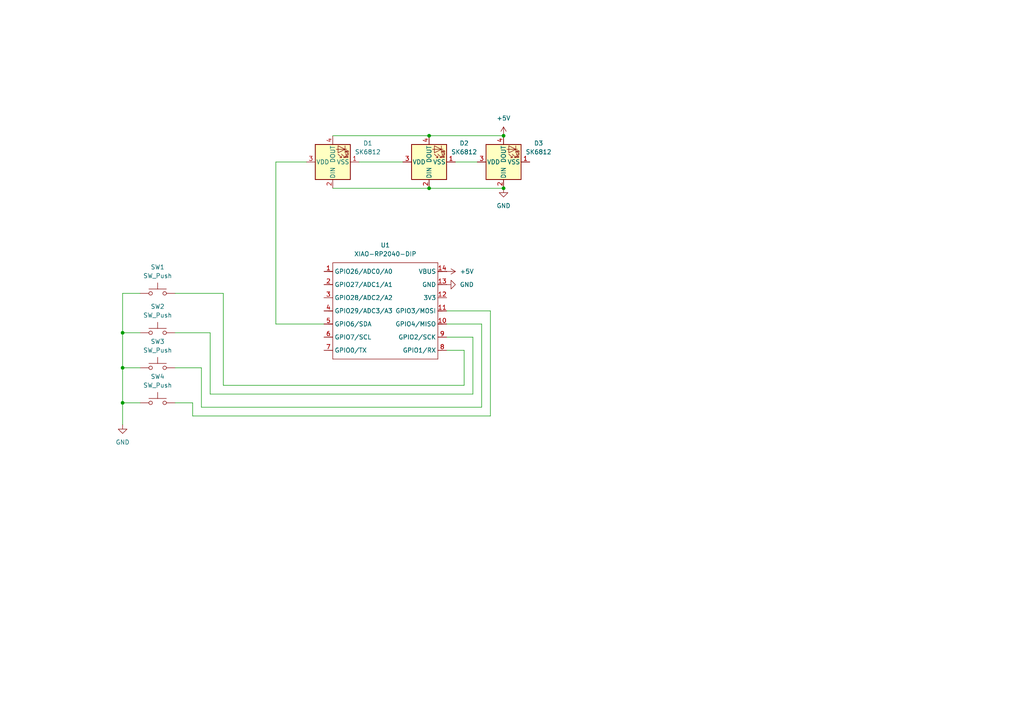
<source format=kicad_sch>
(kicad_sch
	(version 20250114)
	(generator "eeschema")
	(generator_version "9.0")
	(uuid "d944aa70-db1c-4c41-a650-abf4e78600ba")
	(paper "A4")
	(lib_symbols
		(symbol "LED:SK6812"
			(pin_names
				(offset 0.254)
			)
			(exclude_from_sim no)
			(in_bom yes)
			(on_board yes)
			(property "Reference" "D"
				(at 5.08 5.715 0)
				(effects
					(font
						(size 1.27 1.27)
					)
					(justify right bottom)
				)
			)
			(property "Value" "SK6812"
				(at 1.27 -5.715 0)
				(effects
					(font
						(size 1.27 1.27)
					)
					(justify left top)
				)
			)
			(property "Footprint" "LED_SMD:LED_SK6812_PLCC4_5.0x5.0mm_P3.2mm"
				(at 1.27 -7.62 0)
				(effects
					(font
						(size 1.27 1.27)
					)
					(justify left top)
					(hide yes)
				)
			)
			(property "Datasheet" "https://cdn-shop.adafruit.com/product-files/1138/SK6812+LED+datasheet+.pdf"
				(at 2.54 -9.525 0)
				(effects
					(font
						(size 1.27 1.27)
					)
					(justify left top)
					(hide yes)
				)
			)
			(property "Description" "RGB LED with integrated controller"
				(at 0 0 0)
				(effects
					(font
						(size 1.27 1.27)
					)
					(hide yes)
				)
			)
			(property "ki_keywords" "RGB LED NeoPixel addressable"
				(at 0 0 0)
				(effects
					(font
						(size 1.27 1.27)
					)
					(hide yes)
				)
			)
			(property "ki_fp_filters" "LED*SK6812*PLCC*5.0x5.0mm*P3.2mm*"
				(at 0 0 0)
				(effects
					(font
						(size 1.27 1.27)
					)
					(hide yes)
				)
			)
			(symbol "SK6812_0_0"
				(text "RGB"
					(at 2.286 -4.191 0)
					(effects
						(font
							(size 0.762 0.762)
						)
					)
				)
			)
			(symbol "SK6812_0_1"
				(polyline
					(pts
						(xy 1.27 -2.54) (xy 1.778 -2.54)
					)
					(stroke
						(width 0)
						(type default)
					)
					(fill
						(type none)
					)
				)
				(polyline
					(pts
						(xy 1.27 -3.556) (xy 1.778 -3.556)
					)
					(stroke
						(width 0)
						(type default)
					)
					(fill
						(type none)
					)
				)
				(polyline
					(pts
						(xy 2.286 -1.524) (xy 1.27 -2.54) (xy 1.27 -2.032)
					)
					(stroke
						(width 0)
						(type default)
					)
					(fill
						(type none)
					)
				)
				(polyline
					(pts
						(xy 2.286 -2.54) (xy 1.27 -3.556) (xy 1.27 -3.048)
					)
					(stroke
						(width 0)
						(type default)
					)
					(fill
						(type none)
					)
				)
				(polyline
					(pts
						(xy 3.683 -1.016) (xy 3.683 -3.556) (xy 3.683 -4.064)
					)
					(stroke
						(width 0)
						(type default)
					)
					(fill
						(type none)
					)
				)
				(polyline
					(pts
						(xy 4.699 -1.524) (xy 2.667 -1.524) (xy 3.683 -3.556) (xy 4.699 -1.524)
					)
					(stroke
						(width 0)
						(type default)
					)
					(fill
						(type none)
					)
				)
				(polyline
					(pts
						(xy 4.699 -3.556) (xy 2.667 -3.556)
					)
					(stroke
						(width 0)
						(type default)
					)
					(fill
						(type none)
					)
				)
				(rectangle
					(start 5.08 5.08)
					(end -5.08 -5.08)
					(stroke
						(width 0.254)
						(type default)
					)
					(fill
						(type background)
					)
				)
			)
			(symbol "SK6812_1_1"
				(pin input line
					(at -7.62 0 0)
					(length 2.54)
					(name "DIN"
						(effects
							(font
								(size 1.27 1.27)
							)
						)
					)
					(number "2"
						(effects
							(font
								(size 1.27 1.27)
							)
						)
					)
				)
				(pin power_in line
					(at 0 7.62 270)
					(length 2.54)
					(name "VDD"
						(effects
							(font
								(size 1.27 1.27)
							)
						)
					)
					(number "3"
						(effects
							(font
								(size 1.27 1.27)
							)
						)
					)
				)
				(pin power_in line
					(at 0 -7.62 90)
					(length 2.54)
					(name "VSS"
						(effects
							(font
								(size 1.27 1.27)
							)
						)
					)
					(number "1"
						(effects
							(font
								(size 1.27 1.27)
							)
						)
					)
				)
				(pin output line
					(at 7.62 0 180)
					(length 2.54)
					(name "DOUT"
						(effects
							(font
								(size 1.27 1.27)
							)
						)
					)
					(number "4"
						(effects
							(font
								(size 1.27 1.27)
							)
						)
					)
				)
			)
			(embedded_fonts no)
		)
		(symbol "OPL:XIAO-RP2040-DIP"
			(exclude_from_sim no)
			(in_bom yes)
			(on_board yes)
			(property "Reference" "U"
				(at 0 0 0)
				(effects
					(font
						(size 1.27 1.27)
					)
				)
			)
			(property "Value" "XIAO-RP2040-DIP"
				(at 5.334 -1.778 0)
				(effects
					(font
						(size 1.27 1.27)
					)
				)
			)
			(property "Footprint" "Module:MOUDLE14P-XIAO-DIP-SMD"
				(at 14.478 -32.258 0)
				(effects
					(font
						(size 1.27 1.27)
					)
					(hide yes)
				)
			)
			(property "Datasheet" ""
				(at 0 0 0)
				(effects
					(font
						(size 1.27 1.27)
					)
					(hide yes)
				)
			)
			(property "Description" ""
				(at 0 0 0)
				(effects
					(font
						(size 1.27 1.27)
					)
					(hide yes)
				)
			)
			(symbol "XIAO-RP2040-DIP_1_0"
				(polyline
					(pts
						(xy -1.27 -2.54) (xy 29.21 -2.54)
					)
					(stroke
						(width 0.1524)
						(type solid)
					)
					(fill
						(type none)
					)
				)
				(polyline
					(pts
						(xy -1.27 -5.08) (xy -2.54 -5.08)
					)
					(stroke
						(width 0.1524)
						(type solid)
					)
					(fill
						(type none)
					)
				)
				(polyline
					(pts
						(xy -1.27 -5.08) (xy -1.27 -2.54)
					)
					(stroke
						(width 0.1524)
						(type solid)
					)
					(fill
						(type none)
					)
				)
				(polyline
					(pts
						(xy -1.27 -8.89) (xy -2.54 -8.89)
					)
					(stroke
						(width 0.1524)
						(type solid)
					)
					(fill
						(type none)
					)
				)
				(polyline
					(pts
						(xy -1.27 -8.89) (xy -1.27 -5.08)
					)
					(stroke
						(width 0.1524)
						(type solid)
					)
					(fill
						(type none)
					)
				)
				(polyline
					(pts
						(xy -1.27 -12.7) (xy -2.54 -12.7)
					)
					(stroke
						(width 0.1524)
						(type solid)
					)
					(fill
						(type none)
					)
				)
				(polyline
					(pts
						(xy -1.27 -12.7) (xy -1.27 -8.89)
					)
					(stroke
						(width 0.1524)
						(type solid)
					)
					(fill
						(type none)
					)
				)
				(polyline
					(pts
						(xy -1.27 -16.51) (xy -2.54 -16.51)
					)
					(stroke
						(width 0.1524)
						(type solid)
					)
					(fill
						(type none)
					)
				)
				(polyline
					(pts
						(xy -1.27 -16.51) (xy -1.27 -12.7)
					)
					(stroke
						(width 0.1524)
						(type solid)
					)
					(fill
						(type none)
					)
				)
				(polyline
					(pts
						(xy -1.27 -20.32) (xy -2.54 -20.32)
					)
					(stroke
						(width 0.1524)
						(type solid)
					)
					(fill
						(type none)
					)
				)
				(polyline
					(pts
						(xy -1.27 -24.13) (xy -2.54 -24.13)
					)
					(stroke
						(width 0.1524)
						(type solid)
					)
					(fill
						(type none)
					)
				)
				(polyline
					(pts
						(xy -1.27 -27.94) (xy -2.54 -27.94)
					)
					(stroke
						(width 0.1524)
						(type solid)
					)
					(fill
						(type none)
					)
				)
				(polyline
					(pts
						(xy -1.27 -30.48) (xy -1.27 -16.51)
					)
					(stroke
						(width 0.1524)
						(type solid)
					)
					(fill
						(type none)
					)
				)
				(polyline
					(pts
						(xy 29.21 -2.54) (xy 29.21 -5.08)
					)
					(stroke
						(width 0.1524)
						(type solid)
					)
					(fill
						(type none)
					)
				)
				(polyline
					(pts
						(xy 29.21 -5.08) (xy 29.21 -8.89)
					)
					(stroke
						(width 0.1524)
						(type solid)
					)
					(fill
						(type none)
					)
				)
				(polyline
					(pts
						(xy 29.21 -8.89) (xy 29.21 -12.7)
					)
					(stroke
						(width 0.1524)
						(type solid)
					)
					(fill
						(type none)
					)
				)
				(polyline
					(pts
						(xy 29.21 -12.7) (xy 29.21 -30.48)
					)
					(stroke
						(width 0.1524)
						(type solid)
					)
					(fill
						(type none)
					)
				)
				(polyline
					(pts
						(xy 29.21 -30.48) (xy -1.27 -30.48)
					)
					(stroke
						(width 0.1524)
						(type solid)
					)
					(fill
						(type none)
					)
				)
				(polyline
					(pts
						(xy 30.48 -5.08) (xy 29.21 -5.08)
					)
					(stroke
						(width 0.1524)
						(type solid)
					)
					(fill
						(type none)
					)
				)
				(polyline
					(pts
						(xy 30.48 -8.89) (xy 29.21 -8.89)
					)
					(stroke
						(width 0.1524)
						(type solid)
					)
					(fill
						(type none)
					)
				)
				(polyline
					(pts
						(xy 30.48 -12.7) (xy 29.21 -12.7)
					)
					(stroke
						(width 0.1524)
						(type solid)
					)
					(fill
						(type none)
					)
				)
				(polyline
					(pts
						(xy 30.48 -16.51) (xy 29.21 -16.51)
					)
					(stroke
						(width 0.1524)
						(type solid)
					)
					(fill
						(type none)
					)
				)
				(polyline
					(pts
						(xy 30.48 -20.32) (xy 29.21 -20.32)
					)
					(stroke
						(width 0.1524)
						(type solid)
					)
					(fill
						(type none)
					)
				)
				(polyline
					(pts
						(xy 30.48 -24.13) (xy 29.21 -24.13)
					)
					(stroke
						(width 0.1524)
						(type solid)
					)
					(fill
						(type none)
					)
				)
				(polyline
					(pts
						(xy 30.48 -27.94) (xy 29.21 -27.94)
					)
					(stroke
						(width 0.1524)
						(type solid)
					)
					(fill
						(type none)
					)
				)
				(pin passive line
					(at -3.81 -5.08 0)
					(length 2.54)
					(name "GPIO26/ADC0/A0"
						(effects
							(font
								(size 1.27 1.27)
							)
						)
					)
					(number "1"
						(effects
							(font
								(size 1.27 1.27)
							)
						)
					)
				)
				(pin passive line
					(at -3.81 -8.89 0)
					(length 2.54)
					(name "GPIO27/ADC1/A1"
						(effects
							(font
								(size 1.27 1.27)
							)
						)
					)
					(number "2"
						(effects
							(font
								(size 1.27 1.27)
							)
						)
					)
				)
				(pin passive line
					(at -3.81 -12.7 0)
					(length 2.54)
					(name "GPIO28/ADC2/A2"
						(effects
							(font
								(size 1.27 1.27)
							)
						)
					)
					(number "3"
						(effects
							(font
								(size 1.27 1.27)
							)
						)
					)
				)
				(pin passive line
					(at -3.81 -16.51 0)
					(length 2.54)
					(name "GPIO29/ADC3/A3"
						(effects
							(font
								(size 1.27 1.27)
							)
						)
					)
					(number "4"
						(effects
							(font
								(size 1.27 1.27)
							)
						)
					)
				)
				(pin passive line
					(at -3.81 -20.32 0)
					(length 2.54)
					(name "GPIO6/SDA"
						(effects
							(font
								(size 1.27 1.27)
							)
						)
					)
					(number "5"
						(effects
							(font
								(size 1.27 1.27)
							)
						)
					)
				)
				(pin passive line
					(at -3.81 -24.13 0)
					(length 2.54)
					(name "GPIO7/SCL"
						(effects
							(font
								(size 1.27 1.27)
							)
						)
					)
					(number "6"
						(effects
							(font
								(size 1.27 1.27)
							)
						)
					)
				)
				(pin passive line
					(at -3.81 -27.94 0)
					(length 2.54)
					(name "GPIO0/TX"
						(effects
							(font
								(size 1.27 1.27)
							)
						)
					)
					(number "7"
						(effects
							(font
								(size 1.27 1.27)
							)
						)
					)
				)
				(pin passive line
					(at 31.75 -5.08 180)
					(length 2.54)
					(name "VBUS"
						(effects
							(font
								(size 1.27 1.27)
							)
						)
					)
					(number "14"
						(effects
							(font
								(size 1.27 1.27)
							)
						)
					)
				)
				(pin passive line
					(at 31.75 -8.89 180)
					(length 2.54)
					(name "GND"
						(effects
							(font
								(size 1.27 1.27)
							)
						)
					)
					(number "13"
						(effects
							(font
								(size 1.27 1.27)
							)
						)
					)
				)
				(pin passive line
					(at 31.75 -12.7 180)
					(length 2.54)
					(name "3V3"
						(effects
							(font
								(size 1.27 1.27)
							)
						)
					)
					(number "12"
						(effects
							(font
								(size 1.27 1.27)
							)
						)
					)
				)
				(pin passive line
					(at 31.75 -16.51 180)
					(length 2.54)
					(name "GPIO3/MOSI"
						(effects
							(font
								(size 1.27 1.27)
							)
						)
					)
					(number "11"
						(effects
							(font
								(size 1.27 1.27)
							)
						)
					)
				)
				(pin passive line
					(at 31.75 -20.32 180)
					(length 2.54)
					(name "GPIO4/MISO"
						(effects
							(font
								(size 1.27 1.27)
							)
						)
					)
					(number "10"
						(effects
							(font
								(size 1.27 1.27)
							)
						)
					)
				)
				(pin passive line
					(at 31.75 -24.13 180)
					(length 2.54)
					(name "GPIO2/SCK"
						(effects
							(font
								(size 1.27 1.27)
							)
						)
					)
					(number "9"
						(effects
							(font
								(size 1.27 1.27)
							)
						)
					)
				)
				(pin passive line
					(at 31.75 -27.94 180)
					(length 2.54)
					(name "GPIO1/RX"
						(effects
							(font
								(size 1.27 1.27)
							)
						)
					)
					(number "8"
						(effects
							(font
								(size 1.27 1.27)
							)
						)
					)
				)
			)
			(embedded_fonts no)
		)
		(symbol "Switch:SW_Push"
			(pin_numbers
				(hide yes)
			)
			(pin_names
				(offset 1.016)
				(hide yes)
			)
			(exclude_from_sim no)
			(in_bom yes)
			(on_board yes)
			(property "Reference" "SW"
				(at 1.27 2.54 0)
				(effects
					(font
						(size 1.27 1.27)
					)
					(justify left)
				)
			)
			(property "Value" "SW_Push"
				(at 0 -1.524 0)
				(effects
					(font
						(size 1.27 1.27)
					)
				)
			)
			(property "Footprint" ""
				(at 0 5.08 0)
				(effects
					(font
						(size 1.27 1.27)
					)
					(hide yes)
				)
			)
			(property "Datasheet" "~"
				(at 0 5.08 0)
				(effects
					(font
						(size 1.27 1.27)
					)
					(hide yes)
				)
			)
			(property "Description" "Push button switch, generic, two pins"
				(at 0 0 0)
				(effects
					(font
						(size 1.27 1.27)
					)
					(hide yes)
				)
			)
			(property "ki_keywords" "switch normally-open pushbutton push-button"
				(at 0 0 0)
				(effects
					(font
						(size 1.27 1.27)
					)
					(hide yes)
				)
			)
			(symbol "SW_Push_0_1"
				(circle
					(center -2.032 0)
					(radius 0.508)
					(stroke
						(width 0)
						(type default)
					)
					(fill
						(type none)
					)
				)
				(polyline
					(pts
						(xy 0 1.27) (xy 0 3.048)
					)
					(stroke
						(width 0)
						(type default)
					)
					(fill
						(type none)
					)
				)
				(circle
					(center 2.032 0)
					(radius 0.508)
					(stroke
						(width 0)
						(type default)
					)
					(fill
						(type none)
					)
				)
				(polyline
					(pts
						(xy 2.54 1.27) (xy -2.54 1.27)
					)
					(stroke
						(width 0)
						(type default)
					)
					(fill
						(type none)
					)
				)
				(pin passive line
					(at -5.08 0 0)
					(length 2.54)
					(name "1"
						(effects
							(font
								(size 1.27 1.27)
							)
						)
					)
					(number "1"
						(effects
							(font
								(size 1.27 1.27)
							)
						)
					)
				)
				(pin passive line
					(at 5.08 0 180)
					(length 2.54)
					(name "2"
						(effects
							(font
								(size 1.27 1.27)
							)
						)
					)
					(number "2"
						(effects
							(font
								(size 1.27 1.27)
							)
						)
					)
				)
			)
			(embedded_fonts no)
		)
		(symbol "power:+5V"
			(power)
			(pin_numbers
				(hide yes)
			)
			(pin_names
				(offset 0)
				(hide yes)
			)
			(exclude_from_sim no)
			(in_bom yes)
			(on_board yes)
			(property "Reference" "#PWR"
				(at 0 -3.81 0)
				(effects
					(font
						(size 1.27 1.27)
					)
					(hide yes)
				)
			)
			(property "Value" "+5V"
				(at 0 3.556 0)
				(effects
					(font
						(size 1.27 1.27)
					)
				)
			)
			(property "Footprint" ""
				(at 0 0 0)
				(effects
					(font
						(size 1.27 1.27)
					)
					(hide yes)
				)
			)
			(property "Datasheet" ""
				(at 0 0 0)
				(effects
					(font
						(size 1.27 1.27)
					)
					(hide yes)
				)
			)
			(property "Description" "Power symbol creates a global label with name \"+5V\""
				(at 0 0 0)
				(effects
					(font
						(size 1.27 1.27)
					)
					(hide yes)
				)
			)
			(property "ki_keywords" "global power"
				(at 0 0 0)
				(effects
					(font
						(size 1.27 1.27)
					)
					(hide yes)
				)
			)
			(symbol "+5V_0_1"
				(polyline
					(pts
						(xy -0.762 1.27) (xy 0 2.54)
					)
					(stroke
						(width 0)
						(type default)
					)
					(fill
						(type none)
					)
				)
				(polyline
					(pts
						(xy 0 2.54) (xy 0.762 1.27)
					)
					(stroke
						(width 0)
						(type default)
					)
					(fill
						(type none)
					)
				)
				(polyline
					(pts
						(xy 0 0) (xy 0 2.54)
					)
					(stroke
						(width 0)
						(type default)
					)
					(fill
						(type none)
					)
				)
			)
			(symbol "+5V_1_1"
				(pin power_in line
					(at 0 0 90)
					(length 0)
					(name "~"
						(effects
							(font
								(size 1.27 1.27)
							)
						)
					)
					(number "1"
						(effects
							(font
								(size 1.27 1.27)
							)
						)
					)
				)
			)
			(embedded_fonts no)
		)
		(symbol "power:GND"
			(power)
			(pin_numbers
				(hide yes)
			)
			(pin_names
				(offset 0)
				(hide yes)
			)
			(exclude_from_sim no)
			(in_bom yes)
			(on_board yes)
			(property "Reference" "#PWR"
				(at 0 -6.35 0)
				(effects
					(font
						(size 1.27 1.27)
					)
					(hide yes)
				)
			)
			(property "Value" "GND"
				(at 0 -3.81 0)
				(effects
					(font
						(size 1.27 1.27)
					)
				)
			)
			(property "Footprint" ""
				(at 0 0 0)
				(effects
					(font
						(size 1.27 1.27)
					)
					(hide yes)
				)
			)
			(property "Datasheet" ""
				(at 0 0 0)
				(effects
					(font
						(size 1.27 1.27)
					)
					(hide yes)
				)
			)
			(property "Description" "Power symbol creates a global label with name \"GND\" , ground"
				(at 0 0 0)
				(effects
					(font
						(size 1.27 1.27)
					)
					(hide yes)
				)
			)
			(property "ki_keywords" "global power"
				(at 0 0 0)
				(effects
					(font
						(size 1.27 1.27)
					)
					(hide yes)
				)
			)
			(symbol "GND_0_1"
				(polyline
					(pts
						(xy 0 0) (xy 0 -1.27) (xy 1.27 -1.27) (xy 0 -2.54) (xy -1.27 -1.27) (xy 0 -1.27)
					)
					(stroke
						(width 0)
						(type default)
					)
					(fill
						(type none)
					)
				)
			)
			(symbol "GND_1_1"
				(pin power_in line
					(at 0 0 270)
					(length 0)
					(name "~"
						(effects
							(font
								(size 1.27 1.27)
							)
						)
					)
					(number "1"
						(effects
							(font
								(size 1.27 1.27)
							)
						)
					)
				)
			)
			(embedded_fonts no)
		)
	)
	(junction
		(at 146.05 54.61)
		(diameter 0)
		(color 0 0 0 0)
		(uuid "1de87f17-574e-4a92-b7ef-a816efc92587")
	)
	(junction
		(at 35.56 106.68)
		(diameter 0)
		(color 0 0 0 0)
		(uuid "6689d1cc-fc31-4a15-876a-9c8dceb6abf6")
	)
	(junction
		(at 35.56 116.84)
		(diameter 0)
		(color 0 0 0 0)
		(uuid "7fc714b0-6080-4e3f-801e-06e7a4b7a87d")
	)
	(junction
		(at 35.56 96.52)
		(diameter 0)
		(color 0 0 0 0)
		(uuid "ab602671-9fe4-404c-adc9-5f4c92a83e91")
	)
	(junction
		(at 124.46 54.61)
		(diameter 0)
		(color 0 0 0 0)
		(uuid "b022b241-b5c9-45cd-9213-ea1b17fef677")
	)
	(junction
		(at 124.46 39.37)
		(diameter 0)
		(color 0 0 0 0)
		(uuid "b831391e-4e7c-4dc1-b2c6-eb3c2a192da0")
	)
	(junction
		(at 146.05 39.37)
		(diameter 0)
		(color 0 0 0 0)
		(uuid "cb534b75-e752-4354-ac80-3ea34680e33c")
	)
	(wire
		(pts
			(xy 146.05 54.61) (xy 124.46 54.61)
		)
		(stroke
			(width 0)
			(type default)
		)
		(uuid "041c9348-3e4a-4949-8a53-acfb534013e6")
	)
	(wire
		(pts
			(xy 137.16 114.3) (xy 60.96 114.3)
		)
		(stroke
			(width 0)
			(type default)
		)
		(uuid "0cbba036-d1c5-46a2-bc07-3eca1967ef44")
	)
	(wire
		(pts
			(xy 104.14 46.99) (xy 116.84 46.99)
		)
		(stroke
			(width 0)
			(type default)
		)
		(uuid "13a9cdc6-d498-49c4-9468-4b8a519e4736")
	)
	(wire
		(pts
			(xy 96.52 54.61) (xy 124.46 54.61)
		)
		(stroke
			(width 0)
			(type default)
		)
		(uuid "1efdd294-ea1d-41b9-be81-8a5b3c7df1fa")
	)
	(wire
		(pts
			(xy 35.56 106.68) (xy 40.64 106.68)
		)
		(stroke
			(width 0)
			(type default)
		)
		(uuid "1f6d1267-327f-4606-abef-42ef5f6a2da9")
	)
	(wire
		(pts
			(xy 129.54 97.79) (xy 137.16 97.79)
		)
		(stroke
			(width 0)
			(type default)
		)
		(uuid "214eb69f-5868-4482-b18d-49accf7ab2c0")
	)
	(wire
		(pts
			(xy 50.8 96.52) (xy 60.96 96.52)
		)
		(stroke
			(width 0)
			(type default)
		)
		(uuid "26f103e8-1a64-44b2-a684-984a7d287a5f")
	)
	(wire
		(pts
			(xy 35.56 106.68) (xy 35.56 116.84)
		)
		(stroke
			(width 0)
			(type default)
		)
		(uuid "297056ee-2381-4338-bd64-66bd50f1a7f0")
	)
	(wire
		(pts
			(xy 129.54 101.6) (xy 134.62 101.6)
		)
		(stroke
			(width 0)
			(type default)
		)
		(uuid "3693b268-398d-4d27-a0b4-a157f7355e00")
	)
	(wire
		(pts
			(xy 35.56 96.52) (xy 40.64 96.52)
		)
		(stroke
			(width 0)
			(type default)
		)
		(uuid "40cc9e5b-3a89-4109-a3ac-09c98dd13883")
	)
	(wire
		(pts
			(xy 96.52 39.37) (xy 124.46 39.37)
		)
		(stroke
			(width 0)
			(type default)
		)
		(uuid "431668af-13bc-4395-9aba-4acfe22088cd")
	)
	(wire
		(pts
			(xy 55.88 116.84) (xy 50.8 116.84)
		)
		(stroke
			(width 0)
			(type default)
		)
		(uuid "469da6b2-a95f-4190-b72a-52aa349cee53")
	)
	(wire
		(pts
			(xy 35.56 96.52) (xy 35.56 106.68)
		)
		(stroke
			(width 0)
			(type default)
		)
		(uuid "48cb6499-d5fb-4f5b-85bd-6ea6fa2cd68f")
	)
	(wire
		(pts
			(xy 134.62 101.6) (xy 134.62 111.76)
		)
		(stroke
			(width 0)
			(type default)
		)
		(uuid "4a5f528e-be2a-45b4-aee5-49433e6942f1")
	)
	(wire
		(pts
			(xy 139.7 93.98) (xy 139.7 118.11)
		)
		(stroke
			(width 0)
			(type default)
		)
		(uuid "551744d0-b272-4de5-9cbf-2dbbfd128723")
	)
	(wire
		(pts
			(xy 80.01 93.98) (xy 93.98 93.98)
		)
		(stroke
			(width 0)
			(type default)
		)
		(uuid "56b41b9b-e7cf-461a-b3a9-0670085d5273")
	)
	(wire
		(pts
			(xy 35.56 116.84) (xy 35.56 123.19)
		)
		(stroke
			(width 0)
			(type default)
		)
		(uuid "60fa0f27-29cd-4b67-91b6-e9ce26be6c4d")
	)
	(wire
		(pts
			(xy 139.7 118.11) (xy 58.42 118.11)
		)
		(stroke
			(width 0)
			(type default)
		)
		(uuid "6dfe8fd8-a318-43a4-80b5-00b06efb0eb2")
	)
	(wire
		(pts
			(xy 137.16 97.79) (xy 137.16 114.3)
		)
		(stroke
			(width 0)
			(type default)
		)
		(uuid "71f07615-13c5-4d57-abd1-ae8e0c8237db")
	)
	(wire
		(pts
			(xy 64.77 111.76) (xy 64.77 85.09)
		)
		(stroke
			(width 0)
			(type default)
		)
		(uuid "89235c67-4720-4b45-9e94-f1d30b786932")
	)
	(wire
		(pts
			(xy 132.08 46.99) (xy 138.43 46.99)
		)
		(stroke
			(width 0)
			(type default)
		)
		(uuid "8c1c8dd7-a42b-4006-a39f-0917f4e31463")
	)
	(wire
		(pts
			(xy 129.54 93.98) (xy 139.7 93.98)
		)
		(stroke
			(width 0)
			(type default)
		)
		(uuid "8e020648-8ea1-4c03-8fae-46169f7f63d8")
	)
	(wire
		(pts
			(xy 40.64 85.09) (xy 35.56 85.09)
		)
		(stroke
			(width 0)
			(type default)
		)
		(uuid "8fd6f61d-7b6b-4b1d-9c79-41a00d3cbb8c")
	)
	(wire
		(pts
			(xy 146.05 39.37) (xy 124.46 39.37)
		)
		(stroke
			(width 0)
			(type default)
		)
		(uuid "92dbd002-6a57-4c00-bfd6-82e68e06cf05")
	)
	(wire
		(pts
			(xy 80.01 46.99) (xy 80.01 93.98)
		)
		(stroke
			(width 0)
			(type default)
		)
		(uuid "94dbfebc-8ef0-4c7f-8bf5-ffa689d41b4a")
	)
	(wire
		(pts
			(xy 142.24 120.65) (xy 55.88 120.65)
		)
		(stroke
			(width 0)
			(type default)
		)
		(uuid "96ea3a3e-91ae-482e-a8fc-8cb81a4fa7c2")
	)
	(wire
		(pts
			(xy 129.54 90.17) (xy 142.24 90.17)
		)
		(stroke
			(width 0)
			(type default)
		)
		(uuid "b25d231f-b671-46f8-9275-0e71621bbc16")
	)
	(wire
		(pts
			(xy 35.56 116.84) (xy 40.64 116.84)
		)
		(stroke
			(width 0)
			(type default)
		)
		(uuid "ba60298e-455f-4b45-b06b-7f5006798712")
	)
	(wire
		(pts
			(xy 88.9 46.99) (xy 80.01 46.99)
		)
		(stroke
			(width 0)
			(type default)
		)
		(uuid "c491fcd4-c11e-440f-85bf-fff2cf7e6976")
	)
	(wire
		(pts
			(xy 134.62 111.76) (xy 64.77 111.76)
		)
		(stroke
			(width 0)
			(type default)
		)
		(uuid "c4d03312-1068-4fd0-b66e-92c542cc09b2")
	)
	(wire
		(pts
			(xy 50.8 85.09) (xy 64.77 85.09)
		)
		(stroke
			(width 0)
			(type default)
		)
		(uuid "cc34379e-03b6-46be-8e0b-d11fe6168d77")
	)
	(wire
		(pts
			(xy 58.42 118.11) (xy 58.42 106.68)
		)
		(stroke
			(width 0)
			(type default)
		)
		(uuid "d375e700-9724-4846-9bed-2db0757a96e9")
	)
	(wire
		(pts
			(xy 142.24 90.17) (xy 142.24 120.65)
		)
		(stroke
			(width 0)
			(type default)
		)
		(uuid "d680a981-1732-42f8-8ac1-b3d0cacee578")
	)
	(wire
		(pts
			(xy 58.42 106.68) (xy 50.8 106.68)
		)
		(stroke
			(width 0)
			(type default)
		)
		(uuid "e382393b-c5b5-4531-aa43-b342e631fd0a")
	)
	(wire
		(pts
			(xy 55.88 120.65) (xy 55.88 116.84)
		)
		(stroke
			(width 0)
			(type default)
		)
		(uuid "ed7d4655-56a2-4789-97ca-42d255d6294f")
	)
	(wire
		(pts
			(xy 35.56 85.09) (xy 35.56 96.52)
		)
		(stroke
			(width 0)
			(type default)
		)
		(uuid "ee64cdda-300e-43a6-a09c-28301d1a8a53")
	)
	(wire
		(pts
			(xy 60.96 114.3) (xy 60.96 96.52)
		)
		(stroke
			(width 0)
			(type default)
		)
		(uuid "f0533d53-219c-4877-9a8a-6c4dc44f6fc3")
	)
	(symbol
		(lib_id "OPL:XIAO-RP2040-DIP")
		(at 97.79 73.66 0)
		(unit 1)
		(exclude_from_sim no)
		(in_bom yes)
		(on_board yes)
		(dnp no)
		(fields_autoplaced yes)
		(uuid "00ac8631-71fc-4acb-8b58-c01a8b067b16")
		(property "Reference" "U1"
			(at 111.76 71.12 0)
			(effects
				(font
					(size 1.27 1.27)
				)
			)
		)
		(property "Value" "XIAO-RP2040-DIP"
			(at 111.76 73.66 0)
			(effects
				(font
					(size 1.27 1.27)
				)
			)
		)
		(property "Footprint" "OPL:XIAO-ESP32C3-DIP"
			(at 112.268 105.918 0)
			(effects
				(font
					(size 1.27 1.27)
				)
				(hide yes)
			)
		)
		(property "Datasheet" ""
			(at 97.79 73.66 0)
			(effects
				(font
					(size 1.27 1.27)
				)
				(hide yes)
			)
		)
		(property "Description" ""
			(at 97.79 73.66 0)
			(effects
				(font
					(size 1.27 1.27)
				)
				(hide yes)
			)
		)
		(pin "4"
			(uuid "8ad7a8dc-49a0-4156-963d-193cb647653b")
		)
		(pin "7"
			(uuid "f3d1614a-cde1-424b-986a-5f12ce44131a")
		)
		(pin "1"
			(uuid "f73e5136-5998-4c0d-8f4a-c5b0ac508f24")
		)
		(pin "2"
			(uuid "5dba7852-bba2-4552-a924-0c64f3edc94e")
		)
		(pin "3"
			(uuid "44e93fbc-4e8f-4375-b20e-b6e71dcfd4e4")
		)
		(pin "5"
			(uuid "5480385e-56a5-4f2c-a658-2eed3bd7c557")
		)
		(pin "6"
			(uuid "e83bf6cf-8b5e-4161-9168-b935132fef4b")
		)
		(pin "12"
			(uuid "9244dc76-c77b-442b-b0a4-f652203223c4")
		)
		(pin "13"
			(uuid "6fa3d439-7b0b-4139-a4e7-ee0a0f4fd4d4")
		)
		(pin "14"
			(uuid "c5ae2163-2679-4480-8f1d-ddb917f91a66")
		)
		(pin "9"
			(uuid "e0199671-758a-40a9-b3ec-725cef912a06")
		)
		(pin "10"
			(uuid "fe65db8f-3dbd-4e8a-8cce-5c3af030e2e3")
		)
		(pin "11"
			(uuid "aa6615ce-e974-435f-a5a5-0e5ff7e98d11")
		)
		(pin "8"
			(uuid "3c8a53f2-d578-442f-a069-458f7748ee23")
		)
		(instances
			(project ""
				(path "/d944aa70-db1c-4c41-a650-abf4e78600ba"
					(reference "U1")
					(unit 1)
				)
			)
		)
	)
	(symbol
		(lib_id "Switch:SW_Push")
		(at 45.72 106.68 0)
		(unit 1)
		(exclude_from_sim no)
		(in_bom yes)
		(on_board yes)
		(dnp no)
		(fields_autoplaced yes)
		(uuid "0543a785-bb17-4490-9055-05128a9cbbd5")
		(property "Reference" "SW3"
			(at 45.72 99.06 0)
			(effects
				(font
					(size 1.27 1.27)
				)
			)
		)
		(property "Value" "SW_Push"
			(at 45.72 101.6 0)
			(effects
				(font
					(size 1.27 1.27)
				)
			)
		)
		(property "Footprint" "Button_Switch_Keyboard:SW_Cherry_MX_1.00u_PCB"
			(at 45.72 101.6 0)
			(effects
				(font
					(size 1.27 1.27)
				)
				(hide yes)
			)
		)
		(property "Datasheet" "~"
			(at 45.72 101.6 0)
			(effects
				(font
					(size 1.27 1.27)
				)
				(hide yes)
			)
		)
		(property "Description" "Push button switch, generic, two pins"
			(at 45.72 106.68 0)
			(effects
				(font
					(size 1.27 1.27)
				)
				(hide yes)
			)
		)
		(pin "1"
			(uuid "a76ad33f-886a-45a3-8c6d-81ea67cd183c")
		)
		(pin "2"
			(uuid "4dfaa332-edd1-4a1b-97c0-f3b676702e08")
		)
		(instances
			(project ""
				(path "/d944aa70-db1c-4c41-a650-abf4e78600ba"
					(reference "SW3")
					(unit 1)
				)
			)
		)
	)
	(symbol
		(lib_id "Switch:SW_Push")
		(at 45.72 116.84 0)
		(unit 1)
		(exclude_from_sim no)
		(in_bom yes)
		(on_board yes)
		(dnp no)
		(fields_autoplaced yes)
		(uuid "1f48f3cd-9eb8-423e-b41c-fa5ec6ca21a0")
		(property "Reference" "SW4"
			(at 45.72 109.22 0)
			(effects
				(font
					(size 1.27 1.27)
				)
			)
		)
		(property "Value" "SW_Push"
			(at 45.72 111.76 0)
			(effects
				(font
					(size 1.27 1.27)
				)
			)
		)
		(property "Footprint" "Button_Switch_Keyboard:SW_Cherry_MX_1.00u_PCB"
			(at 45.72 111.76 0)
			(effects
				(font
					(size 1.27 1.27)
				)
				(hide yes)
			)
		)
		(property "Datasheet" "~"
			(at 45.72 111.76 0)
			(effects
				(font
					(size 1.27 1.27)
				)
				(hide yes)
			)
		)
		(property "Description" "Push button switch, generic, two pins"
			(at 45.72 116.84 0)
			(effects
				(font
					(size 1.27 1.27)
				)
				(hide yes)
			)
		)
		(pin "1"
			(uuid "3be22515-d024-416d-9bdd-742e283f1cf6")
		)
		(pin "2"
			(uuid "5ba5b0a9-78d6-4295-af95-c7c5edf6e7be")
		)
		(instances
			(project ""
				(path "/d944aa70-db1c-4c41-a650-abf4e78600ba"
					(reference "SW4")
					(unit 1)
				)
			)
		)
	)
	(symbol
		(lib_id "LED:SK6812")
		(at 96.52 46.99 90)
		(unit 1)
		(exclude_from_sim no)
		(in_bom yes)
		(on_board yes)
		(dnp no)
		(fields_autoplaced yes)
		(uuid "33333dc9-d03c-45a5-bd30-529e4a695fa1")
		(property "Reference" "D1"
			(at 106.68 41.5446 90)
			(effects
				(font
					(size 1.27 1.27)
				)
			)
		)
		(property "Value" "SK6812"
			(at 106.68 44.0846 90)
			(effects
				(font
					(size 1.27 1.27)
				)
			)
		)
		(property "Footprint" "LED_SMD:LED_SK6812_PLCC4_5.0x5.0mm_P3.2mm"
			(at 104.14 45.72 0)
			(effects
				(font
					(size 1.27 1.27)
				)
				(justify left top)
				(hide yes)
			)
		)
		(property "Datasheet" "https://cdn-shop.adafruit.com/product-files/1138/SK6812+LED+datasheet+.pdf"
			(at 106.045 44.45 0)
			(effects
				(font
					(size 1.27 1.27)
				)
				(justify left top)
				(hide yes)
			)
		)
		(property "Description" "RGB LED with integrated controller"
			(at 96.52 46.99 0)
			(effects
				(font
					(size 1.27 1.27)
				)
				(hide yes)
			)
		)
		(pin "3"
			(uuid "7eb2a2e3-2d75-467b-8b3b-caf76d840fd2")
		)
		(pin "2"
			(uuid "adb2f2d2-fdd4-45f0-b3a3-ccd26cca2e48")
		)
		(pin "4"
			(uuid "88cd321e-5ac7-4711-bc71-24ff61f67979")
		)
		(pin "1"
			(uuid "b4ad265c-e154-46a5-971c-33d9040915e6")
		)
		(instances
			(project ""
				(path "/d944aa70-db1c-4c41-a650-abf4e78600ba"
					(reference "D1")
					(unit 1)
				)
			)
		)
	)
	(symbol
		(lib_id "LED:SK6812")
		(at 124.46 46.99 90)
		(unit 1)
		(exclude_from_sim no)
		(in_bom yes)
		(on_board yes)
		(dnp no)
		(fields_autoplaced yes)
		(uuid "396e6253-83dd-4c48-877e-2d4594d1cce3")
		(property "Reference" "D2"
			(at 134.62 41.5446 90)
			(effects
				(font
					(size 1.27 1.27)
				)
			)
		)
		(property "Value" "SK6812"
			(at 134.62 44.0846 90)
			(effects
				(font
					(size 1.27 1.27)
				)
			)
		)
		(property "Footprint" "LED_SMD:LED_SK6812_PLCC4_5.0x5.0mm_P3.2mm"
			(at 132.08 45.72 0)
			(effects
				(font
					(size 1.27 1.27)
				)
				(justify left top)
				(hide yes)
			)
		)
		(property "Datasheet" "https://cdn-shop.adafruit.com/product-files/1138/SK6812+LED+datasheet+.pdf"
			(at 133.985 44.45 0)
			(effects
				(font
					(size 1.27 1.27)
				)
				(justify left top)
				(hide yes)
			)
		)
		(property "Description" "RGB LED with integrated controller"
			(at 124.46 46.99 0)
			(effects
				(font
					(size 1.27 1.27)
				)
				(hide yes)
			)
		)
		(pin "2"
			(uuid "e09875d7-023d-4735-869e-16fcbb68ab8f")
		)
		(pin "4"
			(uuid "272d777f-d6a5-458e-b0d3-7f47889f2b78")
		)
		(pin "3"
			(uuid "f47973d7-317f-463f-a16e-0388fa2869cb")
		)
		(pin "1"
			(uuid "0b77c3c4-1f2d-4f5a-a53c-e157ba000ef9")
		)
		(instances
			(project ""
				(path "/d944aa70-db1c-4c41-a650-abf4e78600ba"
					(reference "D2")
					(unit 1)
				)
			)
		)
	)
	(symbol
		(lib_id "power:GND")
		(at 129.54 82.55 90)
		(unit 1)
		(exclude_from_sim no)
		(in_bom yes)
		(on_board yes)
		(dnp no)
		(fields_autoplaced yes)
		(uuid "5e3e160e-182f-481b-a4d4-b5ef2a249590")
		(property "Reference" "#PWR02"
			(at 135.89 82.55 0)
			(effects
				(font
					(size 1.27 1.27)
				)
				(hide yes)
			)
		)
		(property "Value" "GND"
			(at 133.35 82.5499 90)
			(effects
				(font
					(size 1.27 1.27)
				)
				(justify right)
			)
		)
		(property "Footprint" ""
			(at 129.54 82.55 0)
			(effects
				(font
					(size 1.27 1.27)
				)
				(hide yes)
			)
		)
		(property "Datasheet" ""
			(at 129.54 82.55 0)
			(effects
				(font
					(size 1.27 1.27)
				)
				(hide yes)
			)
		)
		(property "Description" "Power symbol creates a global label with name \"GND\" , ground"
			(at 129.54 82.55 0)
			(effects
				(font
					(size 1.27 1.27)
				)
				(hide yes)
			)
		)
		(pin "1"
			(uuid "50e30d1d-045f-4988-bbf7-68aeba57abe7")
		)
		(instances
			(project ""
				(path "/d944aa70-db1c-4c41-a650-abf4e78600ba"
					(reference "#PWR02")
					(unit 1)
				)
			)
		)
	)
	(symbol
		(lib_id "Switch:SW_Push")
		(at 45.72 96.52 0)
		(unit 1)
		(exclude_from_sim no)
		(in_bom yes)
		(on_board yes)
		(dnp no)
		(fields_autoplaced yes)
		(uuid "6e44b3eb-6022-4b10-b461-6080bb4da990")
		(property "Reference" "SW2"
			(at 45.72 88.9 0)
			(effects
				(font
					(size 1.27 1.27)
				)
			)
		)
		(property "Value" "SW_Push"
			(at 45.72 91.44 0)
			(effects
				(font
					(size 1.27 1.27)
				)
			)
		)
		(property "Footprint" "Button_Switch_Keyboard:SW_Cherry_MX_1.00u_PCB"
			(at 45.72 91.44 0)
			(effects
				(font
					(size 1.27 1.27)
				)
				(hide yes)
			)
		)
		(property "Datasheet" "~"
			(at 45.72 91.44 0)
			(effects
				(font
					(size 1.27 1.27)
				)
				(hide yes)
			)
		)
		(property "Description" "Push button switch, generic, two pins"
			(at 45.72 96.52 0)
			(effects
				(font
					(size 1.27 1.27)
				)
				(hide yes)
			)
		)
		(pin "1"
			(uuid "577e2009-1cdc-4f15-8773-9ca0ab51565b")
		)
		(pin "2"
			(uuid "b6494420-39a0-4321-9210-57553906c308")
		)
		(instances
			(project ""
				(path "/d944aa70-db1c-4c41-a650-abf4e78600ba"
					(reference "SW2")
					(unit 1)
				)
			)
		)
	)
	(symbol
		(lib_id "Switch:SW_Push")
		(at 45.72 85.09 0)
		(unit 1)
		(exclude_from_sim no)
		(in_bom yes)
		(on_board yes)
		(dnp no)
		(fields_autoplaced yes)
		(uuid "9f20a5ba-5a3d-4f42-a0b5-1895854838fd")
		(property "Reference" "SW1"
			(at 45.72 77.47 0)
			(effects
				(font
					(size 1.27 1.27)
				)
			)
		)
		(property "Value" "SW_Push"
			(at 45.72 80.01 0)
			(effects
				(font
					(size 1.27 1.27)
				)
			)
		)
		(property "Footprint" "Button_Switch_Keyboard:SW_Cherry_MX_1.00u_PCB"
			(at 45.72 80.01 0)
			(effects
				(font
					(size 1.27 1.27)
				)
				(hide yes)
			)
		)
		(property "Datasheet" "~"
			(at 45.72 80.01 0)
			(effects
				(font
					(size 1.27 1.27)
				)
				(hide yes)
			)
		)
		(property "Description" "Push button switch, generic, two pins"
			(at 45.72 85.09 0)
			(effects
				(font
					(size 1.27 1.27)
				)
				(hide yes)
			)
		)
		(pin "2"
			(uuid "5d91ff9e-f1ab-46e1-8045-a7e1f2698c91")
		)
		(pin "1"
			(uuid "b603cd59-cc8e-4032-86df-1a29e97133f0")
		)
		(instances
			(project ""
				(path "/d944aa70-db1c-4c41-a650-abf4e78600ba"
					(reference "SW1")
					(unit 1)
				)
			)
		)
	)
	(symbol
		(lib_id "power:+5V")
		(at 129.54 78.74 270)
		(unit 1)
		(exclude_from_sim no)
		(in_bom yes)
		(on_board yes)
		(dnp no)
		(fields_autoplaced yes)
		(uuid "9f213cba-0c59-4673-abc0-1fedaed87289")
		(property "Reference" "#PWR03"
			(at 125.73 78.74 0)
			(effects
				(font
					(size 1.27 1.27)
				)
				(hide yes)
			)
		)
		(property "Value" "+5V"
			(at 133.35 78.7399 90)
			(effects
				(font
					(size 1.27 1.27)
				)
				(justify left)
			)
		)
		(property "Footprint" ""
			(at 129.54 78.74 0)
			(effects
				(font
					(size 1.27 1.27)
				)
				(hide yes)
			)
		)
		(property "Datasheet" ""
			(at 129.54 78.74 0)
			(effects
				(font
					(size 1.27 1.27)
				)
				(hide yes)
			)
		)
		(property "Description" "Power symbol creates a global label with name \"+5V\""
			(at 129.54 78.74 0)
			(effects
				(font
					(size 1.27 1.27)
				)
				(hide yes)
			)
		)
		(pin "1"
			(uuid "66fdb74a-d731-4253-ad13-bb7bb61e6376")
		)
		(instances
			(project ""
				(path "/d944aa70-db1c-4c41-a650-abf4e78600ba"
					(reference "#PWR03")
					(unit 1)
				)
			)
		)
	)
	(symbol
		(lib_id "LED:SK6812")
		(at 146.05 46.99 90)
		(unit 1)
		(exclude_from_sim no)
		(in_bom yes)
		(on_board yes)
		(dnp no)
		(fields_autoplaced yes)
		(uuid "a0aa5599-50db-4f5b-b7fd-cc8f552713e9")
		(property "Reference" "D3"
			(at 156.21 41.5446 90)
			(effects
				(font
					(size 1.27 1.27)
				)
			)
		)
		(property "Value" "SK6812"
			(at 156.21 44.0846 90)
			(effects
				(font
					(size 1.27 1.27)
				)
			)
		)
		(property "Footprint" "LED_SMD:LED_SK6812_PLCC4_5.0x5.0mm_P3.2mm"
			(at 153.67 45.72 0)
			(effects
				(font
					(size 1.27 1.27)
				)
				(justify left top)
				(hide yes)
			)
		)
		(property "Datasheet" "https://cdn-shop.adafruit.com/product-files/1138/SK6812+LED+datasheet+.pdf"
			(at 155.575 44.45 0)
			(effects
				(font
					(size 1.27 1.27)
				)
				(justify left top)
				(hide yes)
			)
		)
		(property "Description" "RGB LED with integrated controller"
			(at 146.05 46.99 0)
			(effects
				(font
					(size 1.27 1.27)
				)
				(hide yes)
			)
		)
		(pin "2"
			(uuid "b744c50c-8d66-4c4d-8806-b1f16536544f")
		)
		(pin "4"
			(uuid "017496bf-fb30-404e-bc28-82f775bef30b")
		)
		(pin "3"
			(uuid "8531555d-c2f8-4eaa-8627-f05448927d9e")
		)
		(pin "1"
			(uuid "c744e473-c13a-41af-8e57-f2acf4417bb5")
		)
		(instances
			(project "macpad"
				(path "/d944aa70-db1c-4c41-a650-abf4e78600ba"
					(reference "D3")
					(unit 1)
				)
			)
		)
	)
	(symbol
		(lib_id "power:GND")
		(at 35.56 123.19 0)
		(unit 1)
		(exclude_from_sim no)
		(in_bom yes)
		(on_board yes)
		(dnp no)
		(fields_autoplaced yes)
		(uuid "bcf40fac-4573-405a-b5f8-215de78e8a3c")
		(property "Reference" "#PWR01"
			(at 35.56 129.54 0)
			(effects
				(font
					(size 1.27 1.27)
				)
				(hide yes)
			)
		)
		(property "Value" "GND"
			(at 35.56 128.27 0)
			(effects
				(font
					(size 1.27 1.27)
				)
			)
		)
		(property "Footprint" ""
			(at 35.56 123.19 0)
			(effects
				(font
					(size 1.27 1.27)
				)
				(hide yes)
			)
		)
		(property "Datasheet" ""
			(at 35.56 123.19 0)
			(effects
				(font
					(size 1.27 1.27)
				)
				(hide yes)
			)
		)
		(property "Description" "Power symbol creates a global label with name \"GND\" , ground"
			(at 35.56 123.19 0)
			(effects
				(font
					(size 1.27 1.27)
				)
				(hide yes)
			)
		)
		(pin "1"
			(uuid "fa1cc2f9-d5cf-4236-8616-c9998240ae36")
		)
		(instances
			(project ""
				(path "/d944aa70-db1c-4c41-a650-abf4e78600ba"
					(reference "#PWR01")
					(unit 1)
				)
			)
		)
	)
	(symbol
		(lib_id "power:GND")
		(at 146.05 54.61 0)
		(unit 1)
		(exclude_from_sim no)
		(in_bom yes)
		(on_board yes)
		(dnp no)
		(fields_autoplaced yes)
		(uuid "f540a835-5a81-4594-af73-ad3da1c34bd3")
		(property "Reference" "#PWR05"
			(at 146.05 60.96 0)
			(effects
				(font
					(size 1.27 1.27)
				)
				(hide yes)
			)
		)
		(property "Value" "GND"
			(at 146.05 59.69 0)
			(effects
				(font
					(size 1.27 1.27)
				)
			)
		)
		(property "Footprint" ""
			(at 146.05 54.61 0)
			(effects
				(font
					(size 1.27 1.27)
				)
				(hide yes)
			)
		)
		(property "Datasheet" ""
			(at 146.05 54.61 0)
			(effects
				(font
					(size 1.27 1.27)
				)
				(hide yes)
			)
		)
		(property "Description" "Power symbol creates a global label with name \"GND\" , ground"
			(at 146.05 54.61 0)
			(effects
				(font
					(size 1.27 1.27)
				)
				(hide yes)
			)
		)
		(pin "1"
			(uuid "dc6eb910-19d0-4e75-88f2-e49ef07e042d")
		)
		(instances
			(project ""
				(path "/d944aa70-db1c-4c41-a650-abf4e78600ba"
					(reference "#PWR05")
					(unit 1)
				)
			)
		)
	)
	(symbol
		(lib_id "power:+5V")
		(at 146.05 39.37 0)
		(unit 1)
		(exclude_from_sim no)
		(in_bom yes)
		(on_board yes)
		(dnp no)
		(fields_autoplaced yes)
		(uuid "f7ab0c65-da12-4d16-9826-8834a4dd946f")
		(property "Reference" "#PWR04"
			(at 146.05 43.18 0)
			(effects
				(font
					(size 1.27 1.27)
				)
				(hide yes)
			)
		)
		(property "Value" "+5V"
			(at 146.05 34.29 0)
			(effects
				(font
					(size 1.27 1.27)
				)
			)
		)
		(property "Footprint" ""
			(at 146.05 39.37 0)
			(effects
				(font
					(size 1.27 1.27)
				)
				(hide yes)
			)
		)
		(property "Datasheet" ""
			(at 146.05 39.37 0)
			(effects
				(font
					(size 1.27 1.27)
				)
				(hide yes)
			)
		)
		(property "Description" "Power symbol creates a global label with name \"+5V\""
			(at 146.05 39.37 0)
			(effects
				(font
					(size 1.27 1.27)
				)
				(hide yes)
			)
		)
		(pin "1"
			(uuid "e5a2ba57-0a71-4a07-b90d-ebf8b8843fbf")
		)
		(instances
			(project ""
				(path "/d944aa70-db1c-4c41-a650-abf4e78600ba"
					(reference "#PWR04")
					(unit 1)
				)
			)
		)
	)
	(sheet_instances
		(path "/"
			(page "1")
		)
	)
	(embedded_fonts no)
)

</source>
